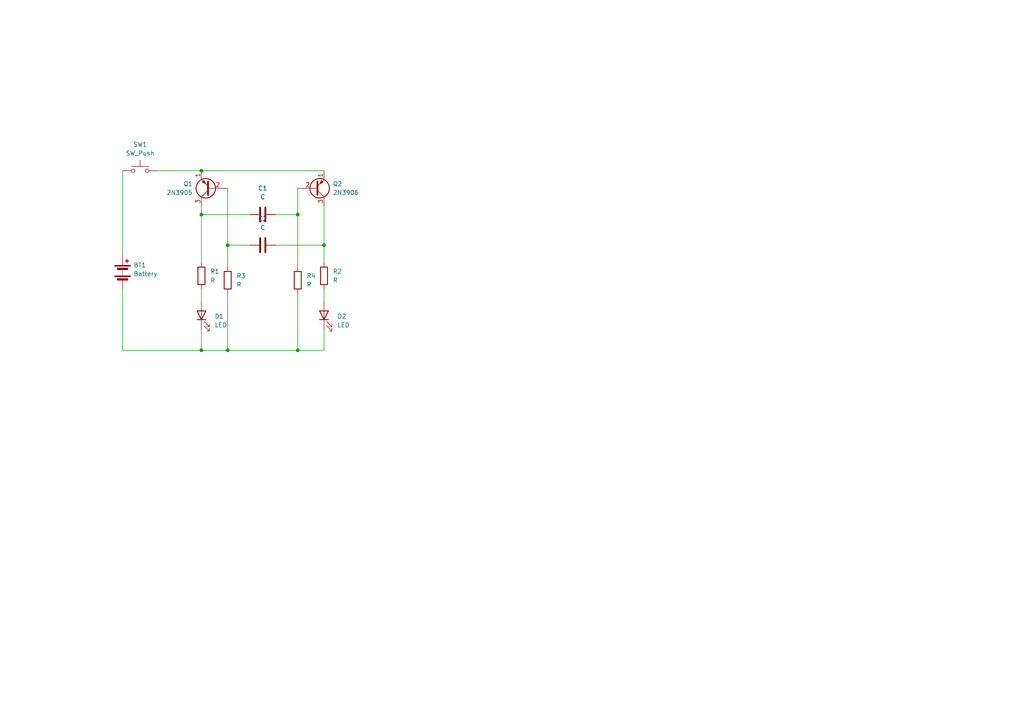
<source format=kicad_sch>
(kicad_sch
	(version 20231120)
	(generator "eeschema")
	(generator_version "8.0")
	(uuid "de7a7e09-c5cf-430f-ae68-05af97daac95")
	(paper "A4")
	(lib_symbols
		(symbol "Device:Battery"
			(pin_numbers hide)
			(pin_names
				(offset 0) hide)
			(exclude_from_sim no)
			(in_bom yes)
			(on_board yes)
			(property "Reference" "BT"
				(at 2.54 2.54 0)
				(effects
					(font
						(size 1.27 1.27)
					)
					(justify left)
				)
			)
			(property "Value" "Battery"
				(at 2.54 0 0)
				(effects
					(font
						(size 1.27 1.27)
					)
					(justify left)
				)
			)
			(property "Footprint" ""
				(at 0 1.524 90)
				(effects
					(font
						(size 1.27 1.27)
					)
					(hide yes)
				)
			)
			(property "Datasheet" "~"
				(at 0 1.524 90)
				(effects
					(font
						(size 1.27 1.27)
					)
					(hide yes)
				)
			)
			(property "Description" "Multiple-cell battery"
				(at 0 0 0)
				(effects
					(font
						(size 1.27 1.27)
					)
					(hide yes)
				)
			)
			(property "ki_keywords" "batt voltage-source cell"
				(at 0 0 0)
				(effects
					(font
						(size 1.27 1.27)
					)
					(hide yes)
				)
			)
			(symbol "Battery_0_1"
				(rectangle
					(start -2.286 -1.27)
					(end 2.286 -1.524)
					(stroke
						(width 0)
						(type default)
					)
					(fill
						(type outline)
					)
				)
				(rectangle
					(start -2.286 1.778)
					(end 2.286 1.524)
					(stroke
						(width 0)
						(type default)
					)
					(fill
						(type outline)
					)
				)
				(rectangle
					(start -1.524 -2.032)
					(end 1.524 -2.54)
					(stroke
						(width 0)
						(type default)
					)
					(fill
						(type outline)
					)
				)
				(rectangle
					(start -1.524 1.016)
					(end 1.524 0.508)
					(stroke
						(width 0)
						(type default)
					)
					(fill
						(type outline)
					)
				)
				(polyline
					(pts
						(xy 0 -1.016) (xy 0 -0.762)
					)
					(stroke
						(width 0)
						(type default)
					)
					(fill
						(type none)
					)
				)
				(polyline
					(pts
						(xy 0 -0.508) (xy 0 -0.254)
					)
					(stroke
						(width 0)
						(type default)
					)
					(fill
						(type none)
					)
				)
				(polyline
					(pts
						(xy 0 0) (xy 0 0.254)
					)
					(stroke
						(width 0)
						(type default)
					)
					(fill
						(type none)
					)
				)
				(polyline
					(pts
						(xy 0 1.778) (xy 0 2.54)
					)
					(stroke
						(width 0)
						(type default)
					)
					(fill
						(type none)
					)
				)
				(polyline
					(pts
						(xy 0.762 3.048) (xy 1.778 3.048)
					)
					(stroke
						(width 0.254)
						(type default)
					)
					(fill
						(type none)
					)
				)
				(polyline
					(pts
						(xy 1.27 3.556) (xy 1.27 2.54)
					)
					(stroke
						(width 0.254)
						(type default)
					)
					(fill
						(type none)
					)
				)
			)
			(symbol "Battery_1_1"
				(pin passive line
					(at 0 5.08 270)
					(length 2.54)
					(name "+"
						(effects
							(font
								(size 1.27 1.27)
							)
						)
					)
					(number "1"
						(effects
							(font
								(size 1.27 1.27)
							)
						)
					)
				)
				(pin passive line
					(at 0 -5.08 90)
					(length 2.54)
					(name "-"
						(effects
							(font
								(size 1.27 1.27)
							)
						)
					)
					(number "2"
						(effects
							(font
								(size 1.27 1.27)
							)
						)
					)
				)
			)
		)
		(symbol "Device:C"
			(pin_numbers hide)
			(pin_names
				(offset 0.254)
			)
			(exclude_from_sim no)
			(in_bom yes)
			(on_board yes)
			(property "Reference" "C"
				(at 0.635 2.54 0)
				(effects
					(font
						(size 1.27 1.27)
					)
					(justify left)
				)
			)
			(property "Value" "C"
				(at 0.635 -2.54 0)
				(effects
					(font
						(size 1.27 1.27)
					)
					(justify left)
				)
			)
			(property "Footprint" ""
				(at 0.9652 -3.81 0)
				(effects
					(font
						(size 1.27 1.27)
					)
					(hide yes)
				)
			)
			(property "Datasheet" "~"
				(at 0 0 0)
				(effects
					(font
						(size 1.27 1.27)
					)
					(hide yes)
				)
			)
			(property "Description" "Unpolarized capacitor"
				(at 0 0 0)
				(effects
					(font
						(size 1.27 1.27)
					)
					(hide yes)
				)
			)
			(property "ki_keywords" "cap capacitor"
				(at 0 0 0)
				(effects
					(font
						(size 1.27 1.27)
					)
					(hide yes)
				)
			)
			(property "ki_fp_filters" "C_*"
				(at 0 0 0)
				(effects
					(font
						(size 1.27 1.27)
					)
					(hide yes)
				)
			)
			(symbol "C_0_1"
				(polyline
					(pts
						(xy -2.032 -0.762) (xy 2.032 -0.762)
					)
					(stroke
						(width 0.508)
						(type default)
					)
					(fill
						(type none)
					)
				)
				(polyline
					(pts
						(xy -2.032 0.762) (xy 2.032 0.762)
					)
					(stroke
						(width 0.508)
						(type default)
					)
					(fill
						(type none)
					)
				)
			)
			(symbol "C_1_1"
				(pin passive line
					(at 0 3.81 270)
					(length 2.794)
					(name "~"
						(effects
							(font
								(size 1.27 1.27)
							)
						)
					)
					(number "1"
						(effects
							(font
								(size 1.27 1.27)
							)
						)
					)
				)
				(pin passive line
					(at 0 -3.81 90)
					(length 2.794)
					(name "~"
						(effects
							(font
								(size 1.27 1.27)
							)
						)
					)
					(number "2"
						(effects
							(font
								(size 1.27 1.27)
							)
						)
					)
				)
			)
		)
		(symbol "Device:LED"
			(pin_numbers hide)
			(pin_names
				(offset 1.016) hide)
			(exclude_from_sim no)
			(in_bom yes)
			(on_board yes)
			(property "Reference" "D"
				(at 0 2.54 0)
				(effects
					(font
						(size 1.27 1.27)
					)
				)
			)
			(property "Value" "LED"
				(at 0 -2.54 0)
				(effects
					(font
						(size 1.27 1.27)
					)
				)
			)
			(property "Footprint" ""
				(at 0 0 0)
				(effects
					(font
						(size 1.27 1.27)
					)
					(hide yes)
				)
			)
			(property "Datasheet" "~"
				(at 0 0 0)
				(effects
					(font
						(size 1.27 1.27)
					)
					(hide yes)
				)
			)
			(property "Description" "Light emitting diode"
				(at 0 0 0)
				(effects
					(font
						(size 1.27 1.27)
					)
					(hide yes)
				)
			)
			(property "ki_keywords" "LED diode"
				(at 0 0 0)
				(effects
					(font
						(size 1.27 1.27)
					)
					(hide yes)
				)
			)
			(property "ki_fp_filters" "LED* LED_SMD:* LED_THT:*"
				(at 0 0 0)
				(effects
					(font
						(size 1.27 1.27)
					)
					(hide yes)
				)
			)
			(symbol "LED_0_1"
				(polyline
					(pts
						(xy -1.27 -1.27) (xy -1.27 1.27)
					)
					(stroke
						(width 0.254)
						(type default)
					)
					(fill
						(type none)
					)
				)
				(polyline
					(pts
						(xy -1.27 0) (xy 1.27 0)
					)
					(stroke
						(width 0)
						(type default)
					)
					(fill
						(type none)
					)
				)
				(polyline
					(pts
						(xy 1.27 -1.27) (xy 1.27 1.27) (xy -1.27 0) (xy 1.27 -1.27)
					)
					(stroke
						(width 0.254)
						(type default)
					)
					(fill
						(type none)
					)
				)
				(polyline
					(pts
						(xy -3.048 -0.762) (xy -4.572 -2.286) (xy -3.81 -2.286) (xy -4.572 -2.286) (xy -4.572 -1.524)
					)
					(stroke
						(width 0)
						(type default)
					)
					(fill
						(type none)
					)
				)
				(polyline
					(pts
						(xy -1.778 -0.762) (xy -3.302 -2.286) (xy -2.54 -2.286) (xy -3.302 -2.286) (xy -3.302 -1.524)
					)
					(stroke
						(width 0)
						(type default)
					)
					(fill
						(type none)
					)
				)
			)
			(symbol "LED_1_1"
				(pin passive line
					(at -3.81 0 0)
					(length 2.54)
					(name "K"
						(effects
							(font
								(size 1.27 1.27)
							)
						)
					)
					(number "1"
						(effects
							(font
								(size 1.27 1.27)
							)
						)
					)
				)
				(pin passive line
					(at 3.81 0 180)
					(length 2.54)
					(name "A"
						(effects
							(font
								(size 1.27 1.27)
							)
						)
					)
					(number "2"
						(effects
							(font
								(size 1.27 1.27)
							)
						)
					)
				)
			)
		)
		(symbol "Device:R"
			(pin_numbers hide)
			(pin_names
				(offset 0)
			)
			(exclude_from_sim no)
			(in_bom yes)
			(on_board yes)
			(property "Reference" "R"
				(at 2.032 0 90)
				(effects
					(font
						(size 1.27 1.27)
					)
				)
			)
			(property "Value" "R"
				(at 0 0 90)
				(effects
					(font
						(size 1.27 1.27)
					)
				)
			)
			(property "Footprint" ""
				(at -1.778 0 90)
				(effects
					(font
						(size 1.27 1.27)
					)
					(hide yes)
				)
			)
			(property "Datasheet" "~"
				(at 0 0 0)
				(effects
					(font
						(size 1.27 1.27)
					)
					(hide yes)
				)
			)
			(property "Description" "Resistor"
				(at 0 0 0)
				(effects
					(font
						(size 1.27 1.27)
					)
					(hide yes)
				)
			)
			(property "ki_keywords" "R res resistor"
				(at 0 0 0)
				(effects
					(font
						(size 1.27 1.27)
					)
					(hide yes)
				)
			)
			(property "ki_fp_filters" "R_*"
				(at 0 0 0)
				(effects
					(font
						(size 1.27 1.27)
					)
					(hide yes)
				)
			)
			(symbol "R_0_1"
				(rectangle
					(start -1.016 -2.54)
					(end 1.016 2.54)
					(stroke
						(width 0.254)
						(type default)
					)
					(fill
						(type none)
					)
				)
			)
			(symbol "R_1_1"
				(pin passive line
					(at 0 3.81 270)
					(length 1.27)
					(name "~"
						(effects
							(font
								(size 1.27 1.27)
							)
						)
					)
					(number "1"
						(effects
							(font
								(size 1.27 1.27)
							)
						)
					)
				)
				(pin passive line
					(at 0 -3.81 90)
					(length 1.27)
					(name "~"
						(effects
							(font
								(size 1.27 1.27)
							)
						)
					)
					(number "2"
						(effects
							(font
								(size 1.27 1.27)
							)
						)
					)
				)
			)
		)
		(symbol "Switch:SW_Push"
			(pin_numbers hide)
			(pin_names
				(offset 1.016) hide)
			(exclude_from_sim no)
			(in_bom yes)
			(on_board yes)
			(property "Reference" "SW"
				(at 1.27 2.54 0)
				(effects
					(font
						(size 1.27 1.27)
					)
					(justify left)
				)
			)
			(property "Value" "SW_Push"
				(at 0 -1.524 0)
				(effects
					(font
						(size 1.27 1.27)
					)
				)
			)
			(property "Footprint" ""
				(at 0 5.08 0)
				(effects
					(font
						(size 1.27 1.27)
					)
					(hide yes)
				)
			)
			(property "Datasheet" "~"
				(at 0 5.08 0)
				(effects
					(font
						(size 1.27 1.27)
					)
					(hide yes)
				)
			)
			(property "Description" "Push button switch, generic, two pins"
				(at 0 0 0)
				(effects
					(font
						(size 1.27 1.27)
					)
					(hide yes)
				)
			)
			(property "ki_keywords" "switch normally-open pushbutton push-button"
				(at 0 0 0)
				(effects
					(font
						(size 1.27 1.27)
					)
					(hide yes)
				)
			)
			(symbol "SW_Push_0_1"
				(circle
					(center -2.032 0)
					(radius 0.508)
					(stroke
						(width 0)
						(type default)
					)
					(fill
						(type none)
					)
				)
				(polyline
					(pts
						(xy 0 1.27) (xy 0 3.048)
					)
					(stroke
						(width 0)
						(type default)
					)
					(fill
						(type none)
					)
				)
				(polyline
					(pts
						(xy 2.54 1.27) (xy -2.54 1.27)
					)
					(stroke
						(width 0)
						(type default)
					)
					(fill
						(type none)
					)
				)
				(circle
					(center 2.032 0)
					(radius 0.508)
					(stroke
						(width 0)
						(type default)
					)
					(fill
						(type none)
					)
				)
				(pin passive line
					(at -5.08 0 0)
					(length 2.54)
					(name "1"
						(effects
							(font
								(size 1.27 1.27)
							)
						)
					)
					(number "1"
						(effects
							(font
								(size 1.27 1.27)
							)
						)
					)
				)
				(pin passive line
					(at 5.08 0 180)
					(length 2.54)
					(name "2"
						(effects
							(font
								(size 1.27 1.27)
							)
						)
					)
					(number "2"
						(effects
							(font
								(size 1.27 1.27)
							)
						)
					)
				)
			)
		)
		(symbol "Transistor_BJT:2N3905"
			(pin_names
				(offset 0) hide)
			(exclude_from_sim no)
			(in_bom yes)
			(on_board yes)
			(property "Reference" "Q"
				(at 5.08 1.905 0)
				(effects
					(font
						(size 1.27 1.27)
					)
					(justify left)
				)
			)
			(property "Value" "2N3905"
				(at 5.08 0 0)
				(effects
					(font
						(size 1.27 1.27)
					)
					(justify left)
				)
			)
			(property "Footprint" "Package_TO_SOT_THT:TO-92_Inline"
				(at 5.08 -1.905 0)
				(effects
					(font
						(size 1.27 1.27)
						(italic yes)
					)
					(justify left)
					(hide yes)
				)
			)
			(property "Datasheet" "https://www.nteinc.com/specs/original/2N3905_06.pdf"
				(at 0 0 0)
				(effects
					(font
						(size 1.27 1.27)
					)
					(justify left)
					(hide yes)
				)
			)
			(property "Description" "-0.2A Ic, -40V Vce, Small Signal PNP Transistor, TO-92"
				(at 0 0 0)
				(effects
					(font
						(size 1.27 1.27)
					)
					(hide yes)
				)
			)
			(property "ki_keywords" "PNP Transistor"
				(at 0 0 0)
				(effects
					(font
						(size 1.27 1.27)
					)
					(hide yes)
				)
			)
			(property "ki_fp_filters" "TO?92*"
				(at 0 0 0)
				(effects
					(font
						(size 1.27 1.27)
					)
					(hide yes)
				)
			)
			(symbol "2N3905_0_1"
				(polyline
					(pts
						(xy 0.635 0.635) (xy 2.54 2.54)
					)
					(stroke
						(width 0)
						(type default)
					)
					(fill
						(type none)
					)
				)
				(polyline
					(pts
						(xy 0.635 -0.635) (xy 2.54 -2.54) (xy 2.54 -2.54)
					)
					(stroke
						(width 0)
						(type default)
					)
					(fill
						(type none)
					)
				)
				(polyline
					(pts
						(xy 0.635 1.905) (xy 0.635 -1.905) (xy 0.635 -1.905)
					)
					(stroke
						(width 0.508)
						(type default)
					)
					(fill
						(type none)
					)
				)
				(polyline
					(pts
						(xy 2.286 -1.778) (xy 1.778 -2.286) (xy 1.27 -1.27) (xy 2.286 -1.778) (xy 2.286 -1.778)
					)
					(stroke
						(width 0)
						(type default)
					)
					(fill
						(type outline)
					)
				)
				(circle
					(center 1.27 0)
					(radius 2.8194)
					(stroke
						(width 0.254)
						(type default)
					)
					(fill
						(type none)
					)
				)
			)
			(symbol "2N3905_1_1"
				(pin passive line
					(at 2.54 -5.08 90)
					(length 2.54)
					(name "E"
						(effects
							(font
								(size 1.27 1.27)
							)
						)
					)
					(number "1"
						(effects
							(font
								(size 1.27 1.27)
							)
						)
					)
				)
				(pin input line
					(at -5.08 0 0)
					(length 5.715)
					(name "B"
						(effects
							(font
								(size 1.27 1.27)
							)
						)
					)
					(number "2"
						(effects
							(font
								(size 1.27 1.27)
							)
						)
					)
				)
				(pin passive line
					(at 2.54 5.08 270)
					(length 2.54)
					(name "C"
						(effects
							(font
								(size 1.27 1.27)
							)
						)
					)
					(number "3"
						(effects
							(font
								(size 1.27 1.27)
							)
						)
					)
				)
			)
		)
		(symbol "Transistor_BJT:2N3906"
			(pin_names
				(offset 0) hide)
			(exclude_from_sim no)
			(in_bom yes)
			(on_board yes)
			(property "Reference" "Q"
				(at 5.08 1.905 0)
				(effects
					(font
						(size 1.27 1.27)
					)
					(justify left)
				)
			)
			(property "Value" "2N3906"
				(at 5.08 0 0)
				(effects
					(font
						(size 1.27 1.27)
					)
					(justify left)
				)
			)
			(property "Footprint" "Package_TO_SOT_THT:TO-92_Inline"
				(at 5.08 -1.905 0)
				(effects
					(font
						(size 1.27 1.27)
						(italic yes)
					)
					(justify left)
					(hide yes)
				)
			)
			(property "Datasheet" "https://www.onsemi.com/pub/Collateral/2N3906-D.PDF"
				(at 0 0 0)
				(effects
					(font
						(size 1.27 1.27)
					)
					(justify left)
					(hide yes)
				)
			)
			(property "Description" "-0.2A Ic, -40V Vce, Small Signal PNP Transistor, TO-92"
				(at 0 0 0)
				(effects
					(font
						(size 1.27 1.27)
					)
					(hide yes)
				)
			)
			(property "ki_keywords" "PNP Transistor"
				(at 0 0 0)
				(effects
					(font
						(size 1.27 1.27)
					)
					(hide yes)
				)
			)
			(property "ki_fp_filters" "TO?92*"
				(at 0 0 0)
				(effects
					(font
						(size 1.27 1.27)
					)
					(hide yes)
				)
			)
			(symbol "2N3906_0_1"
				(polyline
					(pts
						(xy 0.635 0.635) (xy 2.54 2.54)
					)
					(stroke
						(width 0)
						(type default)
					)
					(fill
						(type none)
					)
				)
				(polyline
					(pts
						(xy 0.635 -0.635) (xy 2.54 -2.54) (xy 2.54 -2.54)
					)
					(stroke
						(width 0)
						(type default)
					)
					(fill
						(type none)
					)
				)
				(polyline
					(pts
						(xy 0.635 1.905) (xy 0.635 -1.905) (xy 0.635 -1.905)
					)
					(stroke
						(width 0.508)
						(type default)
					)
					(fill
						(type none)
					)
				)
				(polyline
					(pts
						(xy 2.286 -1.778) (xy 1.778 -2.286) (xy 1.27 -1.27) (xy 2.286 -1.778) (xy 2.286 -1.778)
					)
					(stroke
						(width 0)
						(type default)
					)
					(fill
						(type outline)
					)
				)
				(circle
					(center 1.27 0)
					(radius 2.8194)
					(stroke
						(width 0.254)
						(type default)
					)
					(fill
						(type none)
					)
				)
			)
			(symbol "2N3906_1_1"
				(pin passive line
					(at 2.54 -5.08 90)
					(length 2.54)
					(name "E"
						(effects
							(font
								(size 1.27 1.27)
							)
						)
					)
					(number "1"
						(effects
							(font
								(size 1.27 1.27)
							)
						)
					)
				)
				(pin input line
					(at -5.08 0 0)
					(length 5.715)
					(name "B"
						(effects
							(font
								(size 1.27 1.27)
							)
						)
					)
					(number "2"
						(effects
							(font
								(size 1.27 1.27)
							)
						)
					)
				)
				(pin passive line
					(at 2.54 5.08 270)
					(length 2.54)
					(name "C"
						(effects
							(font
								(size 1.27 1.27)
							)
						)
					)
					(number "3"
						(effects
							(font
								(size 1.27 1.27)
							)
						)
					)
				)
			)
		)
	)
	(junction
		(at 86.36 101.6)
		(diameter 0)
		(color 0 0 0 0)
		(uuid "08724fca-1b23-43b1-99dd-b310d6d611cc")
	)
	(junction
		(at 58.42 49.53)
		(diameter 0)
		(color 0 0 0 0)
		(uuid "159b2b21-88e9-4541-89a4-59bba754e968")
	)
	(junction
		(at 86.36 62.23)
		(diameter 0)
		(color 0 0 0 0)
		(uuid "33dcc85c-6d5e-4d2a-a5b1-92e33b5bace8")
	)
	(junction
		(at 58.42 101.6)
		(diameter 0)
		(color 0 0 0 0)
		(uuid "5b8c82a9-7d97-4e35-ade4-1055152877f0")
	)
	(junction
		(at 66.04 101.6)
		(diameter 0)
		(color 0 0 0 0)
		(uuid "637044b1-0491-46ca-b96a-2d132a6b3ac7")
	)
	(junction
		(at 58.42 62.23)
		(diameter 0)
		(color 0 0 0 0)
		(uuid "87e4a3f3-de1e-4d6c-b11b-ea9cf6e666c4")
	)
	(junction
		(at 93.98 71.12)
		(diameter 0)
		(color 0 0 0 0)
		(uuid "c044bfa2-a6c8-4d34-82df-4c6385fe308e")
	)
	(junction
		(at 66.04 71.12)
		(diameter 0)
		(color 0 0 0 0)
		(uuid "ce1cd1cc-719e-4779-9fe1-bde6badcfb05")
	)
	(wire
		(pts
			(xy 93.98 71.12) (xy 93.98 76.2)
		)
		(stroke
			(width 0)
			(type default)
		)
		(uuid "054dd314-f84f-422c-b669-14bb4075e2de")
	)
	(wire
		(pts
			(xy 58.42 95.25) (xy 58.42 101.6)
		)
		(stroke
			(width 0)
			(type default)
		)
		(uuid "121fb929-3681-4ee0-a712-7e611186fe99")
	)
	(wire
		(pts
			(xy 66.04 71.12) (xy 66.04 77.47)
		)
		(stroke
			(width 0)
			(type default)
		)
		(uuid "1696416c-f3fd-4e56-8016-6c8e9150d5f4")
	)
	(wire
		(pts
			(xy 66.04 85.09) (xy 66.04 101.6)
		)
		(stroke
			(width 0)
			(type default)
		)
		(uuid "17cc20b7-49ff-4b01-8ebd-5f40f05a261a")
	)
	(wire
		(pts
			(xy 80.01 71.12) (xy 93.98 71.12)
		)
		(stroke
			(width 0)
			(type default)
		)
		(uuid "20439715-2f2e-49fd-984a-58d641113d43")
	)
	(wire
		(pts
			(xy 86.36 62.23) (xy 86.36 77.47)
		)
		(stroke
			(width 0)
			(type default)
		)
		(uuid "297f8507-42cf-4593-bdcc-97141d885cce")
	)
	(wire
		(pts
			(xy 93.98 83.82) (xy 93.98 87.63)
		)
		(stroke
			(width 0)
			(type default)
		)
		(uuid "35bca7cd-832c-49fd-a8a6-6f110349f2a6")
	)
	(wire
		(pts
			(xy 35.56 101.6) (xy 58.42 101.6)
		)
		(stroke
			(width 0)
			(type default)
		)
		(uuid "3816b814-6e94-4deb-8d03-37f020aa7f19")
	)
	(wire
		(pts
			(xy 86.36 85.09) (xy 86.36 101.6)
		)
		(stroke
			(width 0)
			(type default)
		)
		(uuid "441d39c3-4028-44c7-9b25-2526ffc82142")
	)
	(wire
		(pts
			(xy 80.01 62.23) (xy 86.36 62.23)
		)
		(stroke
			(width 0)
			(type default)
		)
		(uuid "55292227-be86-4a51-9cea-85e5fb5c6609")
	)
	(wire
		(pts
			(xy 58.42 59.69) (xy 58.42 62.23)
		)
		(stroke
			(width 0)
			(type default)
		)
		(uuid "59aec5eb-efcb-49d1-aa36-ee31648b41bf")
	)
	(wire
		(pts
			(xy 35.56 49.53) (xy 35.56 73.66)
		)
		(stroke
			(width 0)
			(type default)
		)
		(uuid "6b73a02b-20ad-435a-94c1-a5f41b46189b")
	)
	(wire
		(pts
			(xy 66.04 101.6) (xy 86.36 101.6)
		)
		(stroke
			(width 0)
			(type default)
		)
		(uuid "6c80379f-af06-4f12-a6a1-a072bbf19750")
	)
	(wire
		(pts
			(xy 93.98 95.25) (xy 93.98 101.6)
		)
		(stroke
			(width 0)
			(type default)
		)
		(uuid "6cbd8406-c27f-4091-bbe3-79152520d599")
	)
	(wire
		(pts
			(xy 86.36 101.6) (xy 93.98 101.6)
		)
		(stroke
			(width 0)
			(type default)
		)
		(uuid "743ef479-5252-4444-9e9b-aa87f56d6604")
	)
	(wire
		(pts
			(xy 35.56 83.82) (xy 35.56 101.6)
		)
		(stroke
			(width 0)
			(type default)
		)
		(uuid "7f5717b3-b3f7-4860-8f90-c1afb3ac138a")
	)
	(wire
		(pts
			(xy 58.42 49.53) (xy 93.98 49.53)
		)
		(stroke
			(width 0)
			(type default)
		)
		(uuid "85e3ed43-4f6d-431a-b7ad-9e3a92251e93")
	)
	(wire
		(pts
			(xy 58.42 83.82) (xy 58.42 87.63)
		)
		(stroke
			(width 0)
			(type default)
		)
		(uuid "870464a5-47ba-4af9-b438-14e947864428")
	)
	(wire
		(pts
			(xy 86.36 54.61) (xy 86.36 62.23)
		)
		(stroke
			(width 0)
			(type default)
		)
		(uuid "898dd6be-d098-4052-a46b-6aef2f880023")
	)
	(wire
		(pts
			(xy 66.04 54.61) (xy 66.04 71.12)
		)
		(stroke
			(width 0)
			(type default)
		)
		(uuid "8e11a837-1dbf-4e5b-8b23-1c249be431e4")
	)
	(wire
		(pts
			(xy 58.42 62.23) (xy 58.42 76.2)
		)
		(stroke
			(width 0)
			(type default)
		)
		(uuid "93e1f30a-ea8f-479f-9234-b8a4f4fbff52")
	)
	(wire
		(pts
			(xy 58.42 101.6) (xy 66.04 101.6)
		)
		(stroke
			(width 0)
			(type default)
		)
		(uuid "9cbc8878-c16c-4010-a28b-25577c5f0d2c")
	)
	(wire
		(pts
			(xy 45.72 49.53) (xy 58.42 49.53)
		)
		(stroke
			(width 0)
			(type default)
		)
		(uuid "b3dd0971-2a40-411b-8ea3-50a4de65becd")
	)
	(wire
		(pts
			(xy 58.42 62.23) (xy 72.39 62.23)
		)
		(stroke
			(width 0)
			(type default)
		)
		(uuid "c35a7df1-3830-4d60-980f-dd9325619e14")
	)
	(wire
		(pts
			(xy 93.98 59.69) (xy 93.98 71.12)
		)
		(stroke
			(width 0)
			(type default)
		)
		(uuid "c36ba7dd-a21b-446b-9085-8b4d5dbdd52d")
	)
	(wire
		(pts
			(xy 66.04 71.12) (xy 72.39 71.12)
		)
		(stroke
			(width 0)
			(type default)
		)
		(uuid "de86e5e1-8e81-4ce2-a406-89a84682feaf")
	)
	(symbol
		(lib_id "Device:C")
		(at 76.2 71.12 270)
		(unit 1)
		(exclude_from_sim no)
		(in_bom yes)
		(on_board yes)
		(dnp no)
		(fields_autoplaced yes)
		(uuid "02af3c7b-3968-4650-a086-865f000f89fc")
		(property "Reference" "C2"
			(at 76.2 63.5 90)
			(effects
				(font
					(size 1.27 1.27)
				)
			)
		)
		(property "Value" "C"
			(at 76.2 66.04 90)
			(effects
				(font
					(size 1.27 1.27)
				)
			)
		)
		(property "Footprint" "Capacitor_THT:CP_Radial_D8.0mm_P5.00mm"
			(at 72.39 72.0852 0)
			(effects
				(font
					(size 1.27 1.27)
				)
				(hide yes)
			)
		)
		(property "Datasheet" "~"
			(at 76.2 71.12 0)
			(effects
				(font
					(size 1.27 1.27)
				)
				(hide yes)
			)
		)
		(property "Description" "Unpolarized capacitor"
			(at 76.2 71.12 0)
			(effects
				(font
					(size 1.27 1.27)
				)
				(hide yes)
			)
		)
		(pin "2"
			(uuid "70ca1079-6c17-4293-8025-8d2658d0c8fe")
		)
		(pin "1"
			(uuid "8716cffc-08f8-4e0e-a4bd-9fd1e1dd5132")
		)
		(instances
			(project "PLANE"
				(path "/de7a7e09-c5cf-430f-ae68-05af97daac95"
					(reference "C2")
					(unit 1)
				)
			)
		)
	)
	(symbol
		(lib_id "Switch:SW_Push")
		(at 40.64 49.53 0)
		(unit 1)
		(exclude_from_sim no)
		(in_bom yes)
		(on_board yes)
		(dnp no)
		(fields_autoplaced yes)
		(uuid "101f5fc6-b164-4e07-8eb9-3388742e00bf")
		(property "Reference" "SW1"
			(at 40.64 41.91 0)
			(effects
				(font
					(size 1.27 1.27)
				)
			)
		)
		(property "Value" "SW_Push"
			(at 40.64 44.45 0)
			(effects
				(font
					(size 1.27 1.27)
				)
			)
		)
		(property "Footprint" "Button_Switch_THT:SW_PUSH_6mm"
			(at 40.64 44.45 0)
			(effects
				(font
					(size 1.27 1.27)
				)
				(hide yes)
			)
		)
		(property "Datasheet" "~"
			(at 40.64 44.45 0)
			(effects
				(font
					(size 1.27 1.27)
				)
				(hide yes)
			)
		)
		(property "Description" "Push button switch, generic, two pins"
			(at 40.64 49.53 0)
			(effects
				(font
					(size 1.27 1.27)
				)
				(hide yes)
			)
		)
		(pin "1"
			(uuid "3ce88ba5-68ad-4271-98fe-4abec50238a7")
		)
		(pin "2"
			(uuid "0a8b5cac-4eb8-4c53-b59a-9aeffaf0c720")
		)
		(instances
			(project ""
				(path "/de7a7e09-c5cf-430f-ae68-05af97daac95"
					(reference "SW1")
					(unit 1)
				)
			)
		)
	)
	(symbol
		(lib_id "Device:Battery")
		(at 35.56 78.74 0)
		(unit 1)
		(exclude_from_sim no)
		(in_bom yes)
		(on_board yes)
		(dnp no)
		(fields_autoplaced yes)
		(uuid "128c5f4f-c963-4388-892f-69769b407c32")
		(property "Reference" "BT1"
			(at 38.719 76.8984 0)
			(effects
				(font
					(size 1.27 1.27)
				)
				(justify left)
			)
		)
		(property "Value" "Battery"
			(at 38.719 79.4384 0)
			(effects
				(font
					(size 1.27 1.27)
				)
				(justify left)
			)
		)
		(property "Footprint" "Battery:BatteryHolder_Keystone_3034_1x20mm"
			(at 35.56 77.216 90)
			(effects
				(font
					(size 1.27 1.27)
				)
				(hide yes)
			)
		)
		(property "Datasheet" "~"
			(at 35.56 77.216 90)
			(effects
				(font
					(size 1.27 1.27)
				)
				(hide yes)
			)
		)
		(property "Description" "Multiple-cell battery"
			(at 35.56 78.74 0)
			(effects
				(font
					(size 1.27 1.27)
				)
				(hide yes)
			)
		)
		(pin "1"
			(uuid "d044409d-e560-4938-b8df-b7e82c652f9f")
		)
		(pin "2"
			(uuid "9e79c4d8-6229-48f4-829a-22c5ddc8b920")
		)
		(instances
			(project ""
				(path "/de7a7e09-c5cf-430f-ae68-05af97daac95"
					(reference "BT1")
					(unit 1)
				)
			)
		)
	)
	(symbol
		(lib_id "Device:LED")
		(at 58.42 91.44 90)
		(unit 1)
		(exclude_from_sim no)
		(in_bom yes)
		(on_board yes)
		(dnp no)
		(fields_autoplaced yes)
		(uuid "56c0b6a5-902e-452e-984b-6aaaa389f7fe")
		(property "Reference" "D1"
			(at 62.23 91.7574 90)
			(effects
				(font
					(size 1.27 1.27)
				)
				(justify right)
			)
		)
		(property "Value" "LED"
			(at 62.23 94.2974 90)
			(effects
				(font
					(size 1.27 1.27)
				)
				(justify right)
			)
		)
		(property "Footprint" "LED_THT:LED_D5.0mm"
			(at 58.42 91.44 0)
			(effects
				(font
					(size 1.27 1.27)
				)
				(hide yes)
			)
		)
		(property "Datasheet" "~"
			(at 58.42 91.44 0)
			(effects
				(font
					(size 1.27 1.27)
				)
				(hide yes)
			)
		)
		(property "Description" "Light emitting diode"
			(at 58.42 91.44 0)
			(effects
				(font
					(size 1.27 1.27)
				)
				(hide yes)
			)
		)
		(pin "1"
			(uuid "36ee8651-d287-453c-80ed-b3b27df1af95")
		)
		(pin "2"
			(uuid "00d4e329-55af-402b-8fc4-964324294c50")
		)
		(instances
			(project ""
				(path "/de7a7e09-c5cf-430f-ae68-05af97daac95"
					(reference "D1")
					(unit 1)
				)
			)
		)
	)
	(symbol
		(lib_id "Transistor_BJT:2N3905")
		(at 60.96 54.61 180)
		(unit 1)
		(exclude_from_sim no)
		(in_bom yes)
		(on_board yes)
		(dnp no)
		(fields_autoplaced yes)
		(uuid "5d58cfab-243d-4451-836c-28fd4fea7a16")
		(property "Reference" "Q1"
			(at 55.88 53.3399 0)
			(effects
				(font
					(size 1.27 1.27)
				)
				(justify left)
			)
		)
		(property "Value" "2N3905"
			(at 55.88 55.8799 0)
			(effects
				(font
					(size 1.27 1.27)
				)
				(justify left)
			)
		)
		(property "Footprint" "Package_TO_SOT_THT:TO-92_Inline"
			(at 55.88 52.705 0)
			(effects
				(font
					(size 1.27 1.27)
					(italic yes)
				)
				(justify left)
				(hide yes)
			)
		)
		(property "Datasheet" "https://www.nteinc.com/specs/original/2N3905_06.pdf"
			(at 60.96 54.61 0)
			(effects
				(font
					(size 1.27 1.27)
				)
				(justify left)
				(hide yes)
			)
		)
		(property "Description" "-0.2A Ic, -40V Vce, Small Signal PNP Transistor, TO-92"
			(at 60.96 54.61 0)
			(effects
				(font
					(size 1.27 1.27)
				)
				(hide yes)
			)
		)
		(pin "1"
			(uuid "ecf043f6-bc37-45bc-85a2-dd1eb60a50da")
		)
		(pin "2"
			(uuid "eae25a4f-4143-4bee-b2d3-b2be8b1a86ab")
		)
		(pin "3"
			(uuid "632eec29-371e-4b73-b052-9120266bda8a")
		)
		(instances
			(project ""
				(path "/de7a7e09-c5cf-430f-ae68-05af97daac95"
					(reference "Q1")
					(unit 1)
				)
			)
		)
	)
	(symbol
		(lib_id "Device:C")
		(at 76.2 62.23 90)
		(unit 1)
		(exclude_from_sim no)
		(in_bom yes)
		(on_board yes)
		(dnp no)
		(fields_autoplaced yes)
		(uuid "a6356d63-2227-48f0-b43c-f54b1c007768")
		(property "Reference" "C1"
			(at 76.2 54.61 90)
			(effects
				(font
					(size 1.27 1.27)
				)
			)
		)
		(property "Value" "C"
			(at 76.2 57.15 90)
			(effects
				(font
					(size 1.27 1.27)
				)
			)
		)
		(property "Footprint" "Capacitor_THT:CP_Radial_D8.0mm_P5.00mm"
			(at 80.01 61.2648 0)
			(effects
				(font
					(size 1.27 1.27)
				)
				(hide yes)
			)
		)
		(property "Datasheet" "~"
			(at 76.2 62.23 0)
			(effects
				(font
					(size 1.27 1.27)
				)
				(hide yes)
			)
		)
		(property "Description" "Unpolarized capacitor"
			(at 76.2 62.23 0)
			(effects
				(font
					(size 1.27 1.27)
				)
				(hide yes)
			)
		)
		(pin "2"
			(uuid "81c71465-648e-45c5-b1d3-34cfae270e3f")
		)
		(pin "1"
			(uuid "6231003d-d3e3-4ab5-8ae9-95315e304fa6")
		)
		(instances
			(project ""
				(path "/de7a7e09-c5cf-430f-ae68-05af97daac95"
					(reference "C1")
					(unit 1)
				)
			)
		)
	)
	(symbol
		(lib_id "Device:R")
		(at 86.36 81.28 0)
		(unit 1)
		(exclude_from_sim no)
		(in_bom yes)
		(on_board yes)
		(dnp no)
		(fields_autoplaced yes)
		(uuid "a64e5bb1-713c-4bf9-a56c-fd9e814eaf80")
		(property "Reference" "R4"
			(at 88.9 80.0099 0)
			(effects
				(font
					(size 1.27 1.27)
				)
				(justify left)
			)
		)
		(property "Value" "R"
			(at 88.9 82.5499 0)
			(effects
				(font
					(size 1.27 1.27)
				)
				(justify left)
			)
		)
		(property "Footprint" "Resistor_THT:R_Axial_DIN0207_L6.3mm_D2.5mm_P7.62mm_Horizontal"
			(at 84.582 81.28 90)
			(effects
				(font
					(size 1.27 1.27)
				)
				(hide yes)
			)
		)
		(property "Datasheet" "~"
			(at 86.36 81.28 0)
			(effects
				(font
					(size 1.27 1.27)
				)
				(hide yes)
			)
		)
		(property "Description" "Resistor"
			(at 86.36 81.28 0)
			(effects
				(font
					(size 1.27 1.27)
				)
				(hide yes)
			)
		)
		(pin "2"
			(uuid "1ba2e304-9713-4ddd-b2e4-88ef1e3f7b8f")
		)
		(pin "1"
			(uuid "35543119-0751-4b97-8f60-e7e1f871f365")
		)
		(instances
			(project "PLANE"
				(path "/de7a7e09-c5cf-430f-ae68-05af97daac95"
					(reference "R4")
					(unit 1)
				)
			)
		)
	)
	(symbol
		(lib_id "Device:R")
		(at 58.42 80.01 0)
		(unit 1)
		(exclude_from_sim no)
		(in_bom yes)
		(on_board yes)
		(dnp no)
		(fields_autoplaced yes)
		(uuid "a96d80de-ee60-4034-8421-82388c648c68")
		(property "Reference" "R1"
			(at 60.96 78.7399 0)
			(effects
				(font
					(size 1.27 1.27)
				)
				(justify left)
			)
		)
		(property "Value" "R"
			(at 60.96 81.2799 0)
			(effects
				(font
					(size 1.27 1.27)
				)
				(justify left)
			)
		)
		(property "Footprint" "Resistor_THT:R_Axial_DIN0207_L6.3mm_D2.5mm_P7.62mm_Horizontal"
			(at 56.642 80.01 90)
			(effects
				(font
					(size 1.27 1.27)
				)
				(hide yes)
			)
		)
		(property "Datasheet" "~"
			(at 58.42 80.01 0)
			(effects
				(font
					(size 1.27 1.27)
				)
				(hide yes)
			)
		)
		(property "Description" "Resistor"
			(at 58.42 80.01 0)
			(effects
				(font
					(size 1.27 1.27)
				)
				(hide yes)
			)
		)
		(pin "2"
			(uuid "bbe797b4-1acb-49da-a14f-ad7ce2ce862c")
		)
		(pin "1"
			(uuid "4975eeb8-e5ff-4be5-ad7d-cbc8f9cd14d2")
		)
		(instances
			(project ""
				(path "/de7a7e09-c5cf-430f-ae68-05af97daac95"
					(reference "R1")
					(unit 1)
				)
			)
		)
	)
	(symbol
		(lib_id "Transistor_BJT:2N3906")
		(at 91.44 54.61 0)
		(mirror x)
		(unit 1)
		(exclude_from_sim no)
		(in_bom yes)
		(on_board yes)
		(dnp no)
		(fields_autoplaced yes)
		(uuid "c55f69a1-4a60-4b75-893c-cc6d30deca8f")
		(property "Reference" "Q2"
			(at 96.52 53.3399 0)
			(effects
				(font
					(size 1.27 1.27)
				)
				(justify left)
			)
		)
		(property "Value" "2N3906"
			(at 96.52 55.8799 0)
			(effects
				(font
					(size 1.27 1.27)
				)
				(justify left)
			)
		)
		(property "Footprint" "Package_TO_SOT_THT:TO-92_Inline"
			(at 96.52 52.705 0)
			(effects
				(font
					(size 1.27 1.27)
					(italic yes)
				)
				(justify left)
				(hide yes)
			)
		)
		(property "Datasheet" "https://www.onsemi.com/pub/Collateral/2N3906-D.PDF"
			(at 91.44 54.61 0)
			(effects
				(font
					(size 1.27 1.27)
				)
				(justify left)
				(hide yes)
			)
		)
		(property "Description" "-0.2A Ic, -40V Vce, Small Signal PNP Transistor, TO-92"
			(at 91.44 54.61 0)
			(effects
				(font
					(size 1.27 1.27)
				)
				(hide yes)
			)
		)
		(pin "3"
			(uuid "31a94939-031d-4d87-81e4-ff2627722245")
		)
		(pin "1"
			(uuid "8ba7a193-5782-42cc-ae5a-bea5f5675836")
		)
		(pin "2"
			(uuid "6c158e83-5024-4f3e-80a8-6d5fa1704379")
		)
		(instances
			(project ""
				(path "/de7a7e09-c5cf-430f-ae68-05af97daac95"
					(reference "Q2")
					(unit 1)
				)
			)
		)
	)
	(symbol
		(lib_id "Device:R")
		(at 93.98 80.01 0)
		(unit 1)
		(exclude_from_sim no)
		(in_bom yes)
		(on_board yes)
		(dnp no)
		(fields_autoplaced yes)
		(uuid "cc11e93c-c83c-4375-b9cb-1180ce27cf1b")
		(property "Reference" "R2"
			(at 96.52 78.7399 0)
			(effects
				(font
					(size 1.27 1.27)
				)
				(justify left)
			)
		)
		(property "Value" "R"
			(at 96.52 81.2799 0)
			(effects
				(font
					(size 1.27 1.27)
				)
				(justify left)
			)
		)
		(property "Footprint" "Resistor_THT:R_Axial_DIN0207_L6.3mm_D2.5mm_P7.62mm_Horizontal"
			(at 92.202 80.01 90)
			(effects
				(font
					(size 1.27 1.27)
				)
				(hide yes)
			)
		)
		(property "Datasheet" "~"
			(at 93.98 80.01 0)
			(effects
				(font
					(size 1.27 1.27)
				)
				(hide yes)
			)
		)
		(property "Description" "Resistor"
			(at 93.98 80.01 0)
			(effects
				(font
					(size 1.27 1.27)
				)
				(hide yes)
			)
		)
		(pin "2"
			(uuid "b9edc593-199a-42bd-a516-49172bfe2b9d")
		)
		(pin "1"
			(uuid "f5521c0b-452d-48f5-8852-2bcd30b293fd")
		)
		(instances
			(project "PLANE"
				(path "/de7a7e09-c5cf-430f-ae68-05af97daac95"
					(reference "R2")
					(unit 1)
				)
			)
		)
	)
	(symbol
		(lib_id "Device:LED")
		(at 93.98 91.44 90)
		(unit 1)
		(exclude_from_sim no)
		(in_bom yes)
		(on_board yes)
		(dnp no)
		(fields_autoplaced yes)
		(uuid "e76d84c1-8825-45b0-86fb-bfd617eb82b2")
		(property "Reference" "D2"
			(at 97.79 91.7574 90)
			(effects
				(font
					(size 1.27 1.27)
				)
				(justify right)
			)
		)
		(property "Value" "LED"
			(at 97.79 94.2974 90)
			(effects
				(font
					(size 1.27 1.27)
				)
				(justify right)
			)
		)
		(property "Footprint" "LED_THT:LED_D5.0mm"
			(at 93.98 91.44 0)
			(effects
				(font
					(size 1.27 1.27)
				)
				(hide yes)
			)
		)
		(property "Datasheet" "~"
			(at 93.98 91.44 0)
			(effects
				(font
					(size 1.27 1.27)
				)
				(hide yes)
			)
		)
		(property "Description" "Light emitting diode"
			(at 93.98 91.44 0)
			(effects
				(font
					(size 1.27 1.27)
				)
				(hide yes)
			)
		)
		(pin "1"
			(uuid "c6eb9d9d-37b9-4ce7-bb99-8d2356695dc4")
		)
		(pin "2"
			(uuid "4608f9b0-357c-4b7f-b249-a008e019af43")
		)
		(instances
			(project ""
				(path "/de7a7e09-c5cf-430f-ae68-05af97daac95"
					(reference "D2")
					(unit 1)
				)
			)
		)
	)
	(symbol
		(lib_id "Device:R")
		(at 66.04 81.28 0)
		(unit 1)
		(exclude_from_sim no)
		(in_bom yes)
		(on_board yes)
		(dnp no)
		(fields_autoplaced yes)
		(uuid "f289cab0-7009-4ed2-890e-fe4fef1ac8ca")
		(property "Reference" "R3"
			(at 68.58 80.0099 0)
			(effects
				(font
					(size 1.27 1.27)
				)
				(justify left)
			)
		)
		(property "Value" "R"
			(at 68.58 82.5499 0)
			(effects
				(font
					(size 1.27 1.27)
				)
				(justify left)
			)
		)
		(property "Footprint" "Resistor_THT:R_Axial_DIN0207_L6.3mm_D2.5mm_P7.62mm_Horizontal"
			(at 64.262 81.28 90)
			(effects
				(font
					(size 1.27 1.27)
				)
				(hide yes)
			)
		)
		(property "Datasheet" "~"
			(at 66.04 81.28 0)
			(effects
				(font
					(size 1.27 1.27)
				)
				(hide yes)
			)
		)
		(property "Description" "Resistor"
			(at 66.04 81.28 0)
			(effects
				(font
					(size 1.27 1.27)
				)
				(hide yes)
			)
		)
		(pin "2"
			(uuid "59f9293e-4c8b-49f8-a5d1-a653b4f997f8")
		)
		(pin "1"
			(uuid "b67fdddb-4008-455e-b443-3cb663c003c1")
		)
		(instances
			(project "PLANE"
				(path "/de7a7e09-c5cf-430f-ae68-05af97daac95"
					(reference "R3")
					(unit 1)
				)
			)
		)
	)
	(sheet_instances
		(path "/"
			(page "1")
		)
	)
)

</source>
